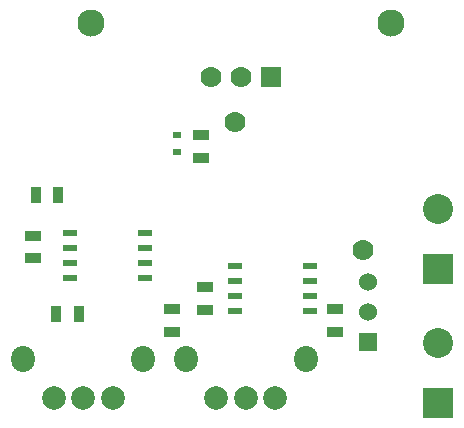
<source format=gts>
G04 (created by PCBNEW (2013-07-07 BZR 4022)-stable) date 26/09/2015 17:58:38*
%MOIN*%
G04 Gerber Fmt 3.4, Leading zero omitted, Abs format*
%FSLAX34Y34*%
G01*
G70*
G90*
G04 APERTURE LIST*
%ADD10C,0.00393701*%
%ADD11R,0.045X0.02*%
%ADD12R,0.055X0.035*%
%ADD13R,0.035X0.055*%
%ADD14C,0.07*%
%ADD15R,0.06X0.06*%
%ADD16C,0.06*%
%ADD17C,0.0905512*%
%ADD18R,0.1X0.1*%
%ADD19C,0.1*%
%ADD20R,0.07X0.07*%
%ADD21R,0.0275591X0.023622*%
%ADD22C,0.0787402*%
%ADD23O,0.0787402X0.0866142*%
G04 APERTURE END LIST*
G54D10*
G54D11*
X52300Y-27150D03*
X52300Y-27650D03*
X52300Y-28150D03*
X52300Y-28650D03*
X49800Y-28650D03*
X49800Y-28150D03*
X49800Y-27650D03*
X49800Y-27150D03*
X46800Y-26025D03*
X46800Y-26525D03*
X46800Y-27025D03*
X46800Y-27525D03*
X44300Y-27525D03*
X44300Y-27025D03*
X44300Y-26525D03*
X44300Y-26025D03*
G54D12*
X47700Y-28575D03*
X47700Y-29325D03*
X48800Y-27850D03*
X48800Y-28600D03*
X53125Y-29325D03*
X53125Y-28575D03*
X48650Y-23525D03*
X48650Y-22775D03*
X43050Y-26875D03*
X43050Y-26125D03*
G54D13*
X44575Y-28725D03*
X43825Y-28725D03*
X43900Y-24775D03*
X43150Y-24775D03*
G54D14*
X49803Y-22353D03*
X54046Y-26596D03*
G54D15*
X54225Y-29675D03*
G54D16*
X54225Y-28675D03*
X54225Y-27675D03*
G54D17*
X45000Y-19050D03*
X55000Y-19050D03*
G54D18*
X56550Y-31700D03*
G54D19*
X56550Y-29700D03*
G54D18*
X56550Y-27250D03*
G54D19*
X56550Y-25250D03*
G54D14*
X48975Y-20825D03*
X49975Y-20825D03*
G54D20*
X50975Y-20825D03*
G54D21*
X47850Y-22774D03*
X47850Y-23325D03*
G54D22*
X50150Y-31525D03*
X51134Y-31525D03*
X49165Y-31525D03*
G54D23*
X52157Y-30225D03*
X48142Y-30225D03*
G54D22*
X44725Y-31525D03*
X45709Y-31525D03*
X43740Y-31525D03*
G54D23*
X46732Y-30225D03*
X42717Y-30225D03*
M02*

</source>
